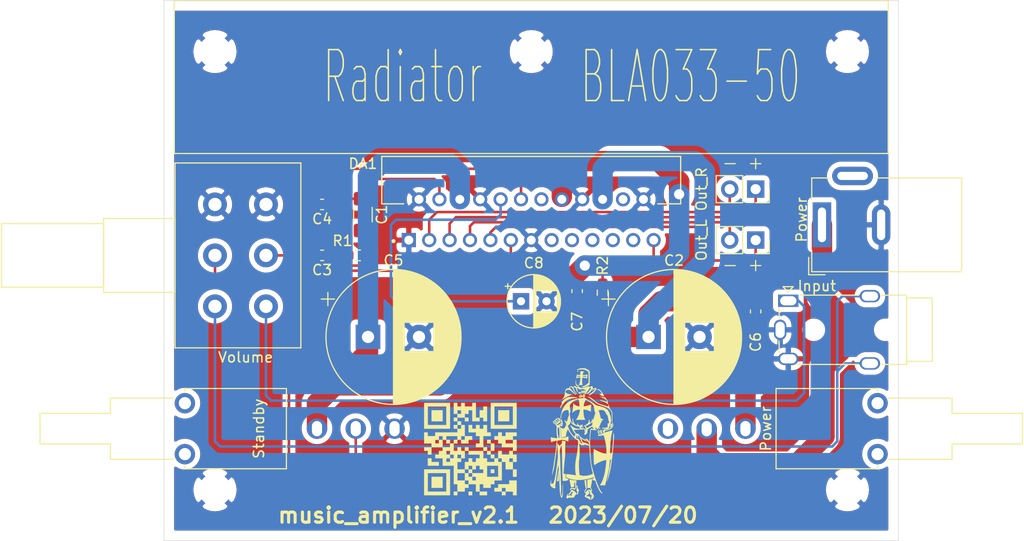
<source format=kicad_pcb>
(kicad_pcb (version 20171130) (host pcbnew "(5.1.7)-1")
  (title_block (title music_amplifier) (date 2023-07-20) (rev v2.1) (company piro.tex))
  (layers (0 F.Cu signal) (31 B.Cu signal) (34 B.Paste user) (35 F.Paste user) (36 B.SilkS user) (37 F.SilkS user) (38 B.Mask user) (39 F.Mask user) (44 Edge.Cuts user))
  (net 0 "")
  (net 1 GND)
  (net 2 /standby)
  (net 3 +12V)
  (net 4 "Net-(C3-Pad2)")
  (net 5 /channel_l)
  (net 6 "Net-(C4-Pad2)")
  (net 7 /channel_r)
  (net 8 /ac-gnd)
  (net 9 /svr)
  (net 10 "Net-(DA1-Pad3)")
  (net 11 "Net-(DA1-Pad5)")
  (net 12 "Net-(DA1-Pad7)")
  (net 13 "Net-(DA1-Pad9)")
  (net 14 "Net-(DA1-Pad14)")
  (net 15 "Net-(DA1-Pad15)")
  (net 16 "Net-(DA1-Pad17)")
  (net 17 "Net-(DA1-Pad19)")
  (net 18 "Net-(DA1-Pad21)")
  (net 19 "Net-(DA1-Pad22)")
  (net 20 "Net-(DA1-Pad23)")
  (net 21 /cd)
  (net 22 "Net-(J2-PadT)")
  (net 23 "Net-(J2-PadR)")
  (net 24 "Net-(R1-Pad2)")
  (net 25 "Net-(SW2-Pad3)")
  (net 26 VDD)
  (module mine:knight_10x13mm (layer F.Cu) (at 150 82.5)
    (fp_text reference G*** hide)
    (fp_text value LOGO hide)
  )
  (module mine:qr_code_front_10mm (layer F.Cu) (at 139 84)
    (fp_text reference G*** hide)
    (fp_text value LOGO hide)
  )
  (module MountingHole:MountingHole_3.2mm_M3 (layer F.Cu) (at 145 45)
    (fp_text reference H5 hide)
    (fp_text value GND)
    (pad 1 np_thru_hole circle (at 0 0) (size 3.2 3.2) (drill 3.2) (layers *.Cu *.Mask) (net 1 GND))
  )
  (module MountingHole:MountingHole_3.2mm_M3 (layer F.Cu) (at 176 88)
    (fp_text reference H4 hide)
    (fp_text value GND)
    (pad 1 np_thru_hole circle (at 0 0) (size 3.2 3.2) (drill 3.2) (layers *.Cu *.Mask) (net 1 GND))
  )
  (module MountingHole:MountingHole_3.2mm_M3 (layer F.Cu) (at 114 88)
    (fp_text reference H3 hide)
    (fp_text value GND)
    (pad 1 np_thru_hole circle (at 0 0) (size 3.2 3.2) (drill 3.2) (layers *.Cu *.Mask) (net 1 GND))
  )
  (module MountingHole:MountingHole_3.2mm_M3 (layer F.Cu) (at 176 45)
    (fp_text reference H2 hide)
    (fp_text value GND)
    (pad 1 np_thru_hole circle (at 0 0) (size 3.2 3.2) (drill 3.2) (layers *.Cu *.Mask) (net 1 GND))
  )
  (module MountingHole:MountingHole_3.2mm_M3 (layer F.Cu) (at 114 45)
    (fp_text reference H1 hide)
    (fp_text value GND)
    (pad 1 np_thru_hole circle (at 0 0) (size 3.2 3.2) (drill 3.2) (layers *.Cu *.Mask) (net 1 GND))
  )
  (module Potentiometer_THT:Potentiometer_Alps_RK163_Dual_Horizontal (layer F.Cu) (at 114 60 180)
    (fp_text reference RV1 hide)
    (fp_text value 10k)
    (pad 4 thru_hole circle (at -5 0 180) (size 2.34 2.34) (drill 1.3) (layers *.Cu *.Mask) (net 1 GND))
    (pad 5 thru_hole circle (at -5 -5 180) (size 2.34 2.34) (drill 1.3) (layers *.Cu *.Mask) (net 6 "Net-(C4-Pad2)"))
    (pad 6 thru_hole circle (at -5 -10 180) (size 2.34 2.34) (drill 1.3) (layers *.Cu *.Mask) (net 23 "Net-(J2-PadR)"))
    (pad 1 thru_hole circle (at 0 0 180) (size 2.34 2.34) (drill 1.3) (layers *.Cu *.Mask) (net 1 GND))
    (pad 2 thru_hole circle (at 0 -5 180) (size 2.34 2.34) (drill 1.3) (layers *.Cu *.Mask) (net 4 "Net-(C3-Pad2)"))
    (pad 3 thru_hole circle (at 0 -10 180) (size 2.34 2.34) (drill 1.3) (layers *.Cu *.Mask) (net 22 "Net-(J2-PadT)"))
  )
  (module mine:MTS-102-C4 (layer F.Cu) (at 166 82 90)
    (fp_text reference SW2 hide)
    (fp_text value Power (at 0 2 90) (layer F.SilkS))
    (pad 3 thru_hole circle (at 0 -7.6 90) (size 2 2) (drill oval 1.5 1) (layers *.Cu *.Mask) (net 25 "Net-(SW2-Pad3)"))
    (pad 2 thru_hole circle (at 0 -3.8 90) (size 2 2) (drill oval 1.5 1) (layers *.Cu *.Mask) (net 26 VDD))
    (pad 1 thru_hole circle (at 0 0 90) (size 2 2) (drill oval 1.5 1) (layers *.Cu *.Mask) (net 3 +12V))
    (pad "" thru_hole circle (at -2.5 12.95 90) (size 2 2) (drill 1.2) (layers *.Cu *.Mask))
    (pad "" thru_hole circle (at 2.5 12.95 90) (size 2 2) (drill 1.2) (layers *.Cu *.Mask))
  )
  (module mine:MTS-102-C4 (layer F.Cu) (at 124 82 270)
    (fp_text reference SW1 hide)
    (fp_text value Standby (at 0 5.7 90) (layer F.SilkS))
    (pad 3 thru_hole circle (at 0 -7.6 270) (size 2 2) (drill oval 1.5 1) (layers *.Cu *.Mask) (net 1 GND))
    (pad 2 thru_hole circle (at 0 -3.8 270) (size 2 2) (drill oval 1.5 1) (layers *.Cu *.Mask) (net 24 "Net-(R1-Pad2)"))
    (pad 1 thru_hole circle (at 0 0 270) (size 2 2) (drill oval 1.5 1) (layers *.Cu *.Mask) (net 3 +12V))
    (pad "" thru_hole circle (at -2.5 12.95 270) (size 2 2) (drill 1.2) (layers *.Cu *.Mask))
    (pad "" thru_hole circle (at 2.5 12.95 270) (size 2 2) (drill 1.2) (layers *.Cu *.Mask))
  )
  (module Resistor_SMD:R_0603_1608Metric_Pad0.98x0.95mm_HandSolder (layer F.Cu) (at 152 68.6625 90)
    (fp_text reference R2 (at 2.6625 0 90) (layer F.SilkS))
    (fp_text value 47k)
    (pad 2 smd roundrect (at 0.9125 0 90) (size 0.975 0.95) (layers F.Cu F.Paste F.Mask) (net 21 /cd))
    (pad 1 smd roundrect (at -0.9125 0 90) (size 0.975 0.95) (layers F.Cu F.Paste F.Mask) (net 3 +12V))
  )
  (module Resistor_SMD:R_0603_1608Metric_Pad0.98x0.95mm_HandSolder (layer F.Cu) (at 128 65)
    (fp_text reference R1 (at -1.5 -1.43) (layer F.SilkS))
    (fp_text value 10k)
    (pad 2 smd roundrect (at 0.9125 0) (size 0.975 0.95) (layers F.Cu F.Paste F.Mask) (net 24 "Net-(R1-Pad2)"))
    (pad 1 smd roundrect (at -0.9125 0) (size 0.975 0.95) (layers F.Cu F.Paste F.Mask) (net 2 /standby))
  )
  (module Connector_PinSocket_2.54mm:PinSocket_1x02_P2.54mm_Vertical (layer F.Cu) (at 167 58.5 270)
    (fp_text reference J4 hide)
    (fp_text value Out_R (at 0 5.31 90) (layer F.SilkS))
    (pad 2 thru_hole oval (at 0 2.54 270) (size 1.7 1.7) (drill 1) (layers *.Cu *.Mask) (net 10 "Net-(DA1-Pad3)"))
    (pad 1 thru_hole rect (at 0 0 270) (size 1.7 1.7) (drill 1) (layers *.Cu *.Mask) (net 11 "Net-(DA1-Pad5)"))
  )
  (module Connector_PinSocket_2.54mm:PinSocket_1x02_P2.54mm_Vertical (layer F.Cu) (at 167 63.5 270)
    (fp_text reference J3 hide)
    (fp_text value Out_L (at 0 5.31 90) (layer F.SilkS))
    (pad 2 thru_hole oval (at 0 2.54 270) (size 1.7 1.7) (drill 1) (layers *.Cu *.Mask) (net 12 "Net-(DA1-Pad7)"))
    (pad 1 thru_hole rect (at 0 0 270) (size 1.7 1.7) (drill 1) (layers *.Cu *.Mask) (net 13 "Net-(DA1-Pad9)"))
  )
  (module mine:Jack_3.5mm_PJ322 (layer F.Cu) (at 172.5 70 270)
    (fp_text reference J2 hide)
    (fp_text value Input (at -2 -0.5 180) (layer F.SilkS))
    (pad "" np_thru_hole circle (at 2.3 -0.2 270) (size 1.2 1.2) (drill 1.2) (layers *.Cu *.Mask))
    (pad "" np_thru_hole circle (at 2.3 -7.2 270) (size 1.2 1.2) (drill 1.2) (layers *.Cu *.Mask))
    (pad T thru_hole oval (at -1 -5.7) (size 2 1.2) (drill oval 1.6 0.9) (layers *.Cu *.Mask) (net 22 "Net-(J2-PadT)"))
    (pad S thru_hole oval (at 5.15 2.3) (size 2 1.2) (drill oval 1.6 0.9) (layers *.Cu *.Mask) (net 1 GND))
    (pad R thru_hole rect (at -0.55 2.3) (size 2 1.2) (drill oval 1.6 0.9) (layers *.Cu *.Mask) (net 23 "Net-(J2-PadR)"))
    (pad S thru_hole oval (at 2.3 3.1 270) (size 2 1.2) (drill oval 1.6 0.9) (layers *.Cu *.Mask) (net 1 GND))
    (pad T thru_hole oval (at 5.6 -5.7) (size 2 1.2) (drill oval 1.6 0.9) (layers *.Cu *.Mask) (net 22 "Net-(J2-PadT)"))
  )
  (module Connector_BarrelJack:BarrelJack_Wuerth_6941xx301002 (layer F.Cu) (at 173.5 62 90)
    (fp_text reference J1 hide)
    (fp_text value Power (at 0.5 -2 90) (layer F.SilkS))
    (pad 1 thru_hole rect (at 0 0 90) (size 4.4 1.8) (drill oval 3.4 0.8) (layers *.Cu *.Mask) (net 26 VDD))
    (pad 2 thru_hole oval (at 0 5.8 90) (size 4 1.8) (drill oval 3 0.8) (layers *.Cu *.Mask) (net 1 GND))
    (pad 3 thru_hole oval (at 4.8 3 180) (size 4 1.8) (drill oval 3 0.8) (layers *.Cu *.Mask))
  )
  (module mine:flexiwatt25 (layer F.Cu) (at 133 63.5)
    (fp_text reference DA1 (at -4.5 -7.5) (layer F.SilkS))
    (fp_text value TDA7851L)
    (pad 1 thru_hole rect (at 0 0) (size 1.388 1.388) (drill 0.88) (layers *.Cu *.Mask) (net 1 GND))
    (pad 2 thru_hole circle (at 1 -4) (size 1.388 1.388) (drill 0.88) (layers *.Cu *.Mask) (net 1 GND))
    (pad 3 thru_hole circle (at 2 0) (size 1.388 1.388) (drill 0.88) (layers *.Cu *.Mask) (net 10 "Net-(DA1-Pad3)"))
    (pad 4 thru_hole circle (at 3 -4) (size 1.388 1.388) (drill 0.88) (layers *.Cu *.Mask) (net 2 /standby))
    (pad 5 thru_hole circle (at 4 0) (size 1.388 1.388) (drill 0.88) (layers *.Cu *.Mask) (net 11 "Net-(DA1-Pad5)"))
    (pad 6 thru_hole circle (at 5 -4) (size 1.388 1.388) (drill 0.88) (layers *.Cu *.Mask) (net 3 +12V))
    (pad 7 thru_hole circle (at 6 0) (size 1.388 1.388) (drill 0.88) (layers *.Cu *.Mask) (net 12 "Net-(DA1-Pad7)"))
    (pad 8 thru_hole circle (at 7 -4) (size 1.388 1.388) (drill 0.88) (layers *.Cu *.Mask) (net 1 GND))
    (pad 9 thru_hole circle (at 8 0) (size 1.388 1.388) (drill 0.88) (layers *.Cu *.Mask) (net 13 "Net-(DA1-Pad9)"))
    (pad 10 thru_hole circle (at 9 -4) (size 1.388 1.388) (drill 0.88) (layers *.Cu *.Mask) (net 9 /svr))
    (pad 11 thru_hole circle (at 10 0) (size 1.388 1.388) (drill 0.88) (layers *.Cu *.Mask) (net 5 /channel_l))
    (pad 12 thru_hole circle (at 11 -4) (size 1.388 1.388) (drill 0.88) (layers *.Cu *.Mask) (net 7 /channel_r))
    (pad 13 thru_hole circle (at 12 0) (size 1.388 1.388) (drill 0.88) (layers *.Cu *.Mask) (net 1 GND))
    (pad 14 thru_hole circle (at 13 -4) (size 1.388 1.388) (drill 0.88) (layers *.Cu *.Mask) (net 14 "Net-(DA1-Pad14)"))
    (pad 15 thru_hole circle (at 14 0) (size 1.388 1.388) (drill 0.88) (layers *.Cu *.Mask) (net 15 "Net-(DA1-Pad15)"))
    (pad 16 thru_hole circle (at 15 -4) (size 1.388 1.388) (drill 0.88) (layers *.Cu *.Mask) (net 8 /ac-gnd))
    (pad 17 thru_hole circle (at 16 0) (size 1.388 1.388) (drill 0.88) (layers *.Cu *.Mask) (net 16 "Net-(DA1-Pad17)"))
    (pad 18 thru_hole circle (at 17 -4) (size 1.388 1.388) (drill 0.88) (layers *.Cu *.Mask) (net 1 GND))
    (pad 19 thru_hole circle (at 18 0) (size 1.388 1.388) (drill 0.88) (layers *.Cu *.Mask) (net 17 "Net-(DA1-Pad19)"))
    (pad 20 thru_hole circle (at 19 -4) (size 1.388 1.388) (drill 0.88) (layers *.Cu *.Mask) (net 3 +12V))
    (pad 21 thru_hole circle (at 20 0) (size 1.388 1.388) (drill 0.88) (layers *.Cu *.Mask) (net 18 "Net-(DA1-Pad21)"))
    (pad 22 thru_hole circle (at 21 -4) (size 1.388 1.388) (drill 0.88) (layers *.Cu *.Mask) (net 19 "Net-(DA1-Pad22)"))
    (pad 23 thru_hole circle (at 22 0) (size 1.388 1.388) (drill 0.88) (layers *.Cu *.Mask) (net 20 "Net-(DA1-Pad23)"))
    (pad 24 thru_hole circle (at 23 -4) (size 1.388 1.388) (drill 0.88) (layers *.Cu *.Mask) (net 1 GND))
    (pad 25 thru_hole circle (at 24 0) (size 1.388 1.388) (drill 0.88) (layers *.Cu *.Mask) (net 21 /cd))
  )
  (module Capacitor_THT:CP_Radial_D5.0mm_P2.50mm (layer F.Cu) (at 144 69.5)
    (fp_text reference C8 (at 1.25 -3.75) (layer F.SilkS))
    (fp_text value 47u)
    (pad 2 thru_hole circle (at 2.5 0) (size 1.6 1.6) (drill 0.8) (layers *.Cu *.Mask) (net 1 GND))
    (pad 1 thru_hole rect (at 0 0) (size 1.6 1.6) (drill 0.8) (layers *.Cu *.Mask) (net 9 /svr))
  )
  (module Capacitor_SMD:C_0603_1608Metric_Pad1.08x0.95mm_HandSolder (layer F.Cu) (at 149.5 68.5 270)
    (fp_text reference C7 (at 3 0 90) (layer F.SilkS))
    (fp_text value 470n)
    (pad 2 smd roundrect (at 0.8625 0 270) (size 1.075 0.95) (layers F.Cu F.Paste F.Mask) (net 1 GND))
    (pad 1 smd roundrect (at -0.8625 0 270) (size 1.075 0.95) (layers F.Cu F.Paste F.Mask) (net 8 /ac-gnd))
  )
  (module Capacitor_SMD:C_0603_1608Metric_Pad1.08x0.95mm_HandSolder (layer F.Cu) (at 167 70.5 90)
    (fp_text reference C6 (at -3 0 90) (layer F.SilkS))
    (fp_text value 100n)
    (pad 2 smd roundrect (at 0.8625 0 90) (size 1.075 0.95) (layers F.Cu F.Paste F.Mask) (net 1 GND))
    (pad 1 smd roundrect (at -0.8625 0 90) (size 1.075 0.95) (layers F.Cu F.Paste F.Mask) (net 3 +12V))
  )
  (module Capacitor_THT:CP_Radial_D13.0mm_P5.00mm (layer F.Cu) (at 129 73)
    (fp_text reference C5 (at 2.5 -7.5) (layer F.SilkS))
    (fp_text value 2200u)
    (pad 2 thru_hole circle (at 5 0) (size 2.4 2.4) (drill 1.2) (layers *.Cu *.Mask) (net 1 GND))
    (pad 1 thru_hole rect (at 0 0) (size 2.4 2.4) (drill 1.2) (layers *.Cu *.Mask) (net 3 +12V))
  )
  (module Capacitor_SMD:C_0603_1608Metric_Pad1.08x0.95mm_HandSolder (layer F.Cu) (at 124.5 60 180)
    (fp_text reference C4 (at 0 -1.43) (layer F.SilkS))
    (fp_text value 100n)
    (pad 2 smd roundrect (at 0.8625 0 180) (size 1.075 0.95) (layers F.Cu F.Paste F.Mask) (net 6 "Net-(C4-Pad2)"))
    (pad 1 smd roundrect (at -0.8625 0 180) (size 1.075 0.95) (layers F.Cu F.Paste F.Mask) (net 7 /channel_r))
  )
  (module Capacitor_SMD:C_0603_1608Metric_Pad1.08x0.95mm_HandSolder (layer F.Cu) (at 124.5 65 180)
    (fp_text reference C3 (at 0 -1.43) (layer F.SilkS))
    (fp_text value 100n)
    (pad 2 smd roundrect (at 0.8625 0 180) (size 1.075 0.95) (layers F.Cu F.Paste F.Mask) (net 4 "Net-(C3-Pad2)"))
    (pad 1 smd roundrect (at -0.8625 0 180) (size 1.075 0.95) (layers F.Cu F.Paste F.Mask) (net 5 /channel_l))
  )
  (module Capacitor_THT:CP_Radial_D13.0mm_P5.00mm (layer F.Cu) (at 156.5 73)
    (fp_text reference C2 (at 2.5 -7.5) (layer F.SilkS))
    (fp_text value 2200u)
    (pad 2 thru_hole circle (at 5 0) (size 2.4 2.4) (drill 1.2) (layers *.Cu *.Mask) (net 1 GND))
    (pad 1 thru_hole rect (at 0 0) (size 2.4 2.4) (drill 1.2) (layers *.Cu *.Mask) (net 3 +12V))
  )
  (module Capacitor_SMD:C_1206_3216Metric_Pad1.33x1.80mm_HandSolder (layer F.Cu) (at 128.5 61 270)
    (fp_text reference C1 (at 0 -1.85 90) (layer F.SilkS))
    (fp_text value 1u)
    (pad 2 smd roundrect (at 1.5625 0 270) (size 1.325 1.8) (layers F.Cu F.Paste F.Mask) (roundrect_rratio 0.1886784905660377) (net 1 GND))
    (pad 1 smd roundrect (at -1.5625 0 270) (size 1.325 1.8) (layers F.Cu F.Paste F.Mask) (roundrect_rratio 0.1886784905660377) (net 2 /standby))
  )
  (gr_line (start 167 65.5) (end 167 66.5) (layer F.SilkS) (width 0.12))
  (gr_line (start 166.5 66) (end 167.5 66) (layer F.SilkS) (width 0.12))
  (gr_line (start 164 66) (end 165 66) (layer F.SilkS) (width 0.12))
  (gr_line (start 164 56) (end 165 56) (layer F.SilkS) (width 0.12))
  (gr_line (start 166.5 56) (end 167.5 56) (layer F.SilkS) (width 0.12))
  (gr_line (start 167 55.5) (end 167 56.5) (layer F.SilkS) (width 0.12))
  (gr_text Volume (at 117 75) (layer F.SilkS) (effects (font (size 1 1))))
  (gr_text 2023/07/20 (at 154 90.5) (layer F.SilkS) (effects (font (size 1.5 1.5) (thickness 0.3))))
  (gr_text music_amplifier_v2.1 (at 132 90.5) (layer F.SilkS) (effects (font (size 1.5 1.5) (thickness 0.3))))
  (gr_text "Radiator     BLA033-50" (at 148 47.5) (layer F.SilkS) (effects (font (size 5 2.5))))
  (gr_line (start 109 93) (end 109 40) (layer Edge.Cuts) (width 0.05))
  (gr_line (start 181 93) (end 109 93) (layer Edge.Cuts) (width 0.05))
  (gr_line (start 181 40) (end 181 93) (layer Edge.Cuts) (width 0.05))
  (gr_line (start 109 40) (end 181 40) (layer Edge.Cuts) (width 0.05))
  (gr_line (start 110 55) (end 110 40) (layer F.SilkS) (width 0.12))
  (gr_line (start 180 55) (end 110 55) (layer F.SilkS) (width 0.12))
  (gr_line (start 180 40) (end 180 55) (layer F.SilkS) (width 0.12))
  (gr_line (start 110 40) (end 180 40) (layer F.SilkS) (width 0.12))
  (segment (start 128.5 59.4375) (end 128.5 58) (width 0.25) (layer F.Cu) (net 2))
  (segment (start 128.5 58) (end 129 57.5) (width 0.25) (layer F.Cu) (net 2))
  (segment (start 129 57.5) (end 135.5 57.5) (width 0.25) (layer F.Cu) (net 2))
  (segment (start 136 58) (end 136 59.5) (width 0.25) (layer F.Cu) (net 2))
  (segment (start 135.5 57.5) (end 136 58) (width 0.25) (layer F.Cu) (net 2))
  (segment (start 127.0875 65) (end 127.0875 64.3375) (width 0.25) (layer F.Cu) (net 2))
  (segment (start 126.47499 63.72499) (end 126.47499 59.77501) (width 0.25) (layer F.Cu) (net 2))
  (segment (start 127.0875 64.3375) (end 126.47499 63.72499) (width 0.25) (layer F.Cu) (net 2))
  (segment (start 126.8125 59.4375) (end 128.5 59.4375) (width 0.25) (layer F.Cu) (net 2))
  (segment (start 126.47499 59.77501) (end 126.8125 59.4375) (width 0.25) (layer F.Cu) (net 2))
  (segment (start 166 78.25) (end 166 82) (width 2) (layer F.Cu) (net 3))
  (segment (start 166.79999 72.17501) (end 166.79999 77.45001) (width 2) (layer F.Cu) (net 3))
  (segment (start 166.79999 77.45001) (end 166 78.25) (width 2) (layer F.Cu) (net 3))
  (segment (start 165.83569 72.17501) (end 166.79999 72.17501) (width 2) (layer F.Cu) (net 3))
  (segment (start 163.16068 69.5) (end 165.83569 72.17501) (width 2) (layer F.Cu) (net 3))
  (segment (start 157.75 69.5) (end 163.16068 69.5) (width 2) (layer F.Cu) (net 3))
  (segment (start 156.5 70.75) (end 157.75 69.5) (width 2) (layer F.Cu) (net 3))
  (segment (start 156.5 73) (end 156.5 70.75) (width 2) (layer F.Cu) (net 3))
  (segment (start 156.5 73) (end 154.3857 73) (width 2) (layer F.Cu) (net 3))
  (segment (start 154.3857 73) (end 140.75 73) (width 2) (layer F.Cu) (net 3))
  (segment (start 140.75 73) (end 136 77.75) (width 2) (layer F.Cu) (net 3))
  (segment (start 136 77.75) (end 125.75 77.75) (width 2) (layer F.Cu) (net 3))
  (segment (start 124 79.5) (end 124 82) (width 2) (layer F.Cu) (net 3))
  (segment (start 125.75 77.75) (end 124 79.5) (width 2) (layer F.Cu) (net 3))
  (segment (start 129 74.5) (end 129 73) (width 2) (layer F.Cu) (net 3))
  (segment (start 125.75 77.75) (end 129 74.5) (width 2) (layer F.Cu) (net 3))
  (segment (start 138 57) (end 138 59.5) (width 2) (layer B.Cu) (net 3))
  (segment (start 137 56) (end 138 57) (width 2) (layer B.Cu) (net 3))
  (segment (start 130.25 56) (end 137 56) (width 2) (layer B.Cu) (net 3))
  (segment (start 129 57.25) (end 130.25 56) (width 2) (layer B.Cu) (net 3))
  (segment (start 129 73) (end 129 57.25) (width 2) (layer B.Cu) (net 3))
  (segment (start 152.5 71.1143) (end 154.3857 73) (width 2) (layer F.Cu) (net 3))
  (segment (start 152.5 69.575) (end 152.5 71.1143) (width 2) (layer F.Cu) (net 3))
  (segment (start 156.5 71) (end 156.5 73) (width 2) (layer B.Cu) (net 3))
  (segment (start 162 65.5) (end 156.5 71) (width 2) (layer B.Cu) (net 3))
  (segment (start 152.75 55.75) (end 161 55.75) (width 2) (layer B.Cu) (net 3))
  (segment (start 162 56.75) (end 162 65.5) (width 2) (layer B.Cu) (net 3))
  (segment (start 161 55.75) (end 162 56.75) (width 2) (layer B.Cu) (net 3))
  (segment (start 152 56.5) (end 152.75 55.75) (width 2) (layer B.Cu) (net 3))
  (segment (start 152 59.5) (end 152 56.5) (width 2) (layer B.Cu) (net 3))
  (segment (start 114 65) (end 114 67) (width 0.25) (layer F.Cu) (net 4))
  (segment (start 114 67) (end 114.5 67.5) (width 0.25) (layer F.Cu) (net 4))
  (segment (start 114.5 67.5) (end 123 67.5) (width 0.25) (layer F.Cu) (net 4))
  (segment (start 123.6375 66.8625) (end 123.6375 65) (width 0.25) (layer F.Cu) (net 4))
  (segment (start 123 67.5) (end 123.6375 66.8625) (width 0.25) (layer F.Cu) (net 4))
  (segment (start 142.5 66.5) (end 143 66) (width 0.25) (layer F.Cu) (net 5))
  (segment (start 125.75 66.5) (end 142.5 66.5) (width 0.25) (layer F.Cu) (net 5))
  (segment (start 143 66) (end 143 63.5) (width 0.25) (layer F.Cu) (net 5))
  (segment (start 125.3625 66.1125) (end 125.75 66.5) (width 0.25) (layer F.Cu) (net 5))
  (segment (start 125.3625 65) (end 125.3625 66.1125) (width 0.25) (layer F.Cu) (net 5))
  (segment (start 121.75 60.5) (end 122.25 60) (width 0.25) (layer F.Cu) (net 6))
  (segment (start 122.25 60) (end 123.6375 60) (width 0.25) (layer F.Cu) (net 6))
  (segment (start 121.75 64.5) (end 121.75 60.5) (width 0.25) (layer F.Cu) (net 6))
  (segment (start 121.25 65) (end 121.75 64.5) (width 0.25) (layer F.Cu) (net 6))
  (segment (start 119 65) (end 121.25 65) (width 0.25) (layer F.Cu) (net 6))
  (segment (start 144 57) (end 144 59.5) (width 0.25) (layer F.Cu) (net 7))
  (segment (start 143.5 56.5) (end 144 57) (width 0.25) (layer F.Cu) (net 7))
  (segment (start 126 56.5) (end 143.5 56.5) (width 0.25) (layer F.Cu) (net 7))
  (segment (start 125.3625 57.1375) (end 126 56.5) (width 0.25) (layer F.Cu) (net 7))
  (segment (start 125.3625 60) (end 125.3625 57.1375) (width 0.25) (layer F.Cu) (net 7))
  (segment (start 149.5 66.75) (end 150.25 66) (width 2) (layer F.Cu) (net 8))
  (via (at 159.5 59) (size 2) (drill 1) (layers F.Cu B.Cu) (net 8))
  (segment (start 159.5 59) (end 159.5 64.75) (width 2) (layer B.Cu) (net 8))
  (via (at 150.25 66) (size 2) (drill 1) (layers F.Cu B.Cu) (net 8))
  (segment (start 158.25 66) (end 150.25 66) (width 2) (layer B.Cu) (net 8))
  (segment (start 159.5 64.75) (end 158.25 66) (width 2) (layer B.Cu) (net 8))
  (segment (start 159.5 57.75) (end 159.5 59) (width 2) (layer F.Cu) (net 8))
  (segment (start 157.5 55.75) (end 159.5 57.75) (width 2) (layer F.Cu) (net 8))
  (segment (start 149.75 55.75) (end 157.5 55.75) (width 2) (layer F.Cu) (net 8))
  (segment (start 148 57.5) (end 149.75 55.75) (width 2) (layer F.Cu) (net 8))
  (segment (start 148 59.25) (end 148 57.5) (width 2) (layer F.Cu) (net 8))
  (segment (start 141.5 61.5) (end 142 61) (width 0.25) (layer B.Cu) (net 9))
  (segment (start 131.75 61.5) (end 141.5 61.5) (width 0.25) (layer B.Cu) (net 9))
  (segment (start 131.25 62) (end 131.75 61.5) (width 0.25) (layer B.Cu) (net 9))
  (segment (start 131.25 69) (end 131.25 62) (width 0.25) (layer B.Cu) (net 9))
  (segment (start 131.75 69.5) (end 131.25 69) (width 0.25) (layer B.Cu) (net 9))
  (segment (start 142 61) (end 142 59.5) (width 0.25) (layer B.Cu) (net 9))
  (segment (start 144 69.5) (end 131.75 69.5) (width 0.25) (layer B.Cu) (net 9))
  (segment (start 164.46 60.29) (end 164.46 58.5) (width 0.25) (layer F.Cu) (net 10))
  (segment (start 164 60.75) (end 164.46 60.29) (width 0.25) (layer F.Cu) (net 10))
  (segment (start 135.75 60.75) (end 164 60.75) (width 0.25) (layer F.Cu) (net 10))
  (segment (start 135 61.5) (end 135.75 60.75) (width 0.25) (layer F.Cu) (net 10))
  (segment (start 135 63.5) (end 135 61.5) (width 0.25) (layer F.Cu) (net 10))
  (segment (start 167 60.75) (end 167 58.5) (width 0.25) (layer F.Cu) (net 11))
  (segment (start 166.5 61.25) (end 167 60.75) (width 0.25) (layer F.Cu) (net 11))
  (segment (start 137 61.875) (end 137.625 61.25) (width 0.25) (layer F.Cu) (net 11))
  (segment (start 137.625 61.25) (end 166.5 61.25) (width 0.25) (layer F.Cu) (net 11))
  (segment (start 137 63.5) (end 137 61.875) (width 0.25) (layer F.Cu) (net 11))
  (segment (start 164.46 62.21) (end 164.46 63.5) (width 0.25) (layer F.Cu) (net 12))
  (segment (start 139.375 61.75) (end 164 61.75) (width 0.25) (layer F.Cu) (net 12))
  (segment (start 164 61.75) (end 164.46 62.21) (width 0.25) (layer F.Cu) (net 12))
  (segment (start 139 62.125) (end 139.375 61.75) (width 0.25) (layer F.Cu) (net 12))
  (segment (start 139 63.5) (end 139 62.125) (width 0.25) (layer F.Cu) (net 12))
  (segment (start 167 65) (end 167 63.5) (width 0.25) (layer F.Cu) (net 13))
  (segment (start 166.5 65.5) (end 167 65) (width 0.25) (layer F.Cu) (net 13))
  (segment (start 163 65.5) (end 166.5 65.5) (width 0.25) (layer F.Cu) (net 13))
  (segment (start 162.5 62.75) (end 162.5 65) (width 0.25) (layer F.Cu) (net 13))
  (segment (start 162.5 65) (end 163 65.5) (width 0.25) (layer F.Cu) (net 13))
  (segment (start 161.95001 62.20001) (end 162.5 62.75) (width 0.25) (layer F.Cu) (net 13))
  (segment (start 141.54999 62.20001) (end 161.95001 62.20001) (width 0.25) (layer F.Cu) (net 13))
  (segment (start 141 62.75) (end 141.54999 62.20001) (width 0.25) (layer F.Cu) (net 13))
  (segment (start 141 63.5) (end 141 62.75) (width 0.25) (layer F.Cu) (net 13))
  (segment (start 152 66.75) (end 152 67.75) (width 0.25) (layer F.Cu) (net 21))
  (segment (start 152.5 66.25) (end 152 66.75) (width 0.25) (layer F.Cu) (net 21))
  (segment (start 156.5 66.25) (end 152.5 66.25) (width 0.25) (layer F.Cu) (net 21))
  (segment (start 157 65.75) (end 156.5 66.25) (width 0.25) (layer F.Cu) (net 21))
  (segment (start 157 63.5) (end 157 65.75) (width 0.25) (layer F.Cu) (net 21))
  (segment (start 175 76.5) (end 175 69.5) (width 0.25) (layer B.Cu) (net 22))
  (segment (start 175.5 69) (end 178.2 69) (width 0.25) (layer B.Cu) (net 22))
  (segment (start 175 69.5) (end 175.5 69) (width 0.25) (layer B.Cu) (net 22))
  (segment (start 175.775 75.6) (end 178.2 75.6) (width 0.25) (layer B.Cu) (net 22))
  (segment (start 175 76.375) (end 175.775 75.6) (width 0.25) (layer B.Cu) (net 22))
  (segment (start 175 76.5) (end 175 76.375) (width 0.25) (layer B.Cu) (net 22))
  (segment (start 175 83.25) (end 175 76.5) (width 0.25) (layer B.Cu) (net 22))
  (segment (start 114.5 83.75) (end 174.5 83.75) (width 0.25) (layer B.Cu) (net 22))
  (segment (start 174.5 83.75) (end 175 83.25) (width 0.25) (layer B.Cu) (net 22))
  (segment (start 114 83.25) (end 114.5 83.75) (width 0.25) (layer B.Cu) (net 22))
  (segment (start 114 70) (end 114 83.25) (width 0.25) (layer B.Cu) (net 22))
  (segment (start 171.2 69.45) (end 170.2 69.45) (width 0.25) (layer B.Cu) (net 23))
  (segment (start 171.75 70) (end 171.2 69.45) (width 0.25) (layer B.Cu) (net 23))
  (segment (start 171.75 78.5) (end 171.75 70) (width 0.25) (layer B.Cu) (net 23))
  (segment (start 119.5 79.25) (end 171 79.25) (width 0.25) (layer B.Cu) (net 23))
  (segment (start 119 78.75) (end 119.5 79.25) (width 0.25) (layer B.Cu) (net 23))
  (segment (start 171 79.25) (end 171.75 78.5) (width 0.25) (layer B.Cu) (net 23))
  (segment (start 119 70) (end 119 78.75) (width 0.25) (layer B.Cu) (net 23))
  (segment (start 127.8 85.45) (end 127.8 82) (width 0.25) (layer F.Cu) (net 24))
  (segment (start 127.25 86) (end 127.8 85.45) (width 0.25) (layer F.Cu) (net 24))
  (segment (start 128.9125 65) (end 128.9125 65.8375) (width 0.25) (layer F.Cu) (net 24))
  (segment (start 121.75 86) (end 127.25 86) (width 0.25) (layer F.Cu) (net 24))
  (segment (start 128.9125 65.8375) (end 128.75 66) (width 0.25) (layer F.Cu) (net 24))
  (segment (start 128.75 66) (end 126.5 66) (width 0.25) (layer F.Cu) (net 24))
  (segment (start 126.5 66) (end 126.22501 65.72501) (width 0.25) (layer F.Cu) (net 24))
  (segment (start 126.22501 65.72501) (end 126.22501 64.22501) (width 0.25) (layer F.Cu) (net 24))
  (segment (start 126.22501 64.22501) (end 126 64) (width 0.25) (layer F.Cu) (net 24))
  (segment (start 126 64) (end 124.75 64) (width 0.25) (layer F.Cu) (net 24))
  (segment (start 124.75 64) (end 124.5 64.25) (width 0.25) (layer F.Cu) (net 24))
  (segment (start 124.5 64.25) (end 124.5 74.75) (width 0.25) (layer F.Cu) (net 24))
  (segment (start 124.5 74.75) (end 121.25 78) (width 0.25) (layer F.Cu) (net 24))
  (segment (start 121.25 78) (end 121.25 85.5) (width 0.25) (layer F.Cu) (net 24))
  (segment (start 121.25 85.5) (end 121.75 86) (width 0.25) (layer F.Cu) (net 24))
  (segment (start 173.5 62) (end 173.5 69) (width 2) (layer F.Cu) (net 26))
  (segment (start 175.300001 74.42303) (end 173.75 75.973031) (width 2) (layer F.Cu) (net 26))
  (segment (start 175.300001 70.800001) (end 175.300001 74.42303) (width 2) (layer F.Cu) (net 26))
  (segment (start 173.5 69) (end 175.300001 70.800001) (width 2) (layer F.Cu) (net 26))
  (segment (start 173.75 75.973031) (end 173.75 82.75) (width 2) (layer F.Cu) (net 26))
  (segment (start 173.75 82.75) (end 170.75 85.75) (width 2) (layer F.Cu) (net 26))
  (segment (start 170.75 85.75) (end 163.5 85.75) (width 2) (layer F.Cu) (net 26))
  (segment (start 162.2 84.45) (end 162.2 82) (width 2) (layer F.Cu) (net 26))
  (segment (start 163.5 85.75) (end 162.2 84.45) (width 2) (layer F.Cu) (net 26))
  (zone (net 1) (net_name GND) (layer F.Cu) (connect_pads (clearance 0.508)) (min_thickness 0.254) (fill yes (arc_segments 32) (thermal_gap 0.508) (thermal_bridge_width 0.508))
    (polygon (pts (xy 180 92) (xy 110 92) (xy 110 41) (xy 180 41)))
  )
  (zone (net 1) (net_name GND) (layer B.Cu) (connect_pads (clearance 0.508)) (min_thickness 0.254) (fill yes (arc_segments 32) (thermal_gap 0.508) (thermal_bridge_width 0.508))
    (polygon (pts (xy 180 92) (xy 110 92) (xy 110 41) (xy 180 41)))
  )
)
</source>
